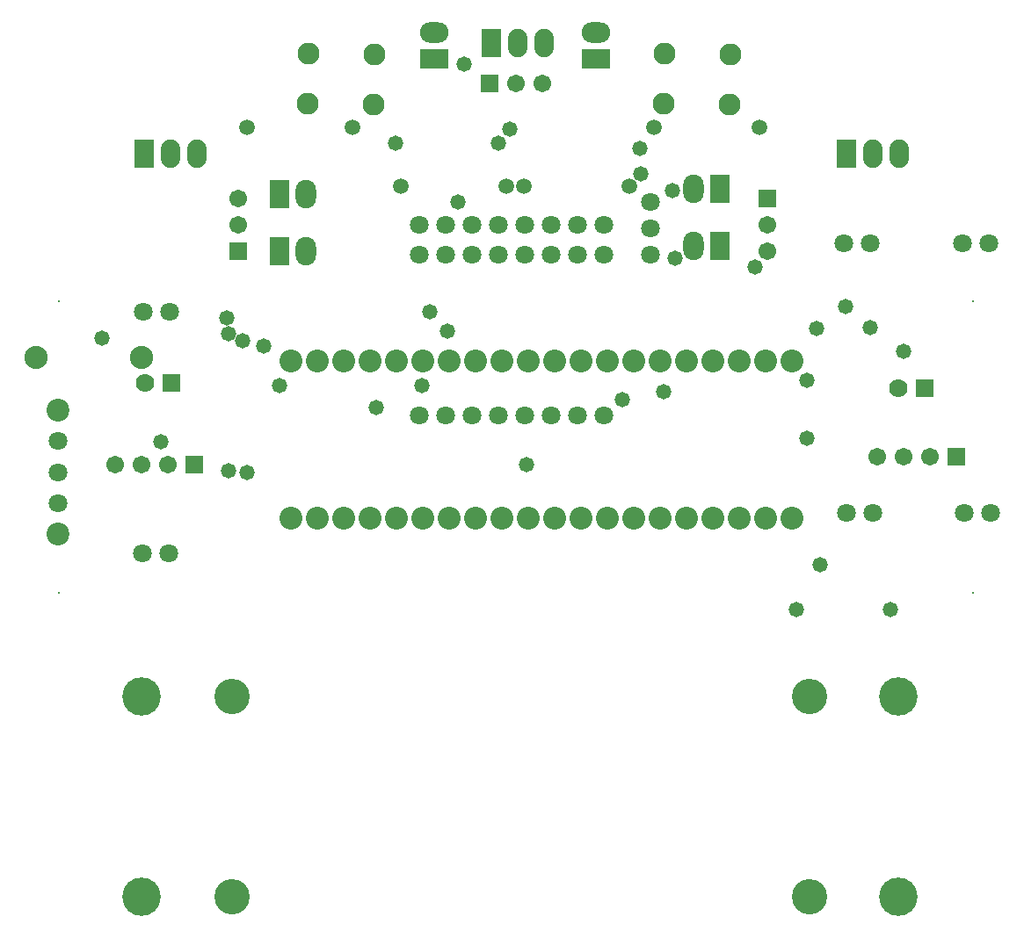
<source format=gts>
G04*
G04 #@! TF.GenerationSoftware,Altium Limited,Altium Designer,23.6.0 (18)*
G04*
G04 Layer_Color=8388736*
%FSLAX25Y25*%
%MOIN*%
G70*
G04*
G04 #@! TF.SameCoordinates,D5263B71-C0EA-4B60-9871-AA0EAEE7EF9D*
G04*
G04*
G04 #@! TF.FilePolarity,Negative*
G04*
G01*
G75*
%ADD18C,0.07087*%
%ADD19C,0.07001*%
%ADD20R,0.07001X0.07001*%
%ADD21C,0.08800*%
%ADD22C,0.06737*%
%ADD23R,0.06737X0.06737*%
%ADD24R,0.06737X0.06737*%
%ADD25C,0.14580*%
%ADD26C,0.13398*%
%ADD27C,0.08661*%
%ADD28R,0.07800X0.10800*%
%ADD29O,0.07800X0.10800*%
%ADD30C,0.08300*%
%ADD31O,0.10800X0.07800*%
%ADD32R,0.10800X0.07800*%
%ADD33O,0.07300X0.10800*%
%ADD34R,0.07300X0.10800*%
%ADD35C,0.00800*%
%ADD36C,0.05906*%
%ADD37O,0.08674X0.08674*%
%ADD38C,0.05800*%
D18*
X152563Y362799D02*
D03*
X142563D02*
D03*
X152382Y271280D02*
D03*
X142382D02*
D03*
X335000Y384500D02*
D03*
Y404500D02*
D03*
Y394500D02*
D03*
X464051Y286638D02*
D03*
X454051D02*
D03*
X110500Y290189D02*
D03*
X419287Y286638D02*
D03*
X409287D02*
D03*
X110500Y302000D02*
D03*
X247501Y323673D02*
D03*
X257501D02*
D03*
X267501D02*
D03*
X277501D02*
D03*
X287501D02*
D03*
X297501D02*
D03*
X307501D02*
D03*
X317501D02*
D03*
X317500Y384500D02*
D03*
X307500D02*
D03*
X297500D02*
D03*
X287500D02*
D03*
X277500D02*
D03*
X267500D02*
D03*
X257500D02*
D03*
X247500D02*
D03*
Y396000D02*
D03*
X257500D02*
D03*
X267500D02*
D03*
X277500D02*
D03*
X287500D02*
D03*
X297500D02*
D03*
X307500D02*
D03*
X317500D02*
D03*
X453382Y389000D02*
D03*
X463382D02*
D03*
X408500D02*
D03*
X418500D02*
D03*
X110500Y313811D02*
D03*
D19*
X428921Y334067D02*
D03*
X143421Y336067D02*
D03*
D20*
X438921Y334067D02*
D03*
X153421Y336067D02*
D03*
D21*
X102000Y345500D02*
D03*
X142000D02*
D03*
D22*
X178567Y406000D02*
D03*
Y396000D02*
D03*
X284000Y449433D02*
D03*
X294000D02*
D03*
X379433Y386000D02*
D03*
Y396000D02*
D03*
X152000Y305067D02*
D03*
X142000D02*
D03*
X132000D02*
D03*
X421000Y308067D02*
D03*
X431000D02*
D03*
X441000D02*
D03*
D23*
X178567Y386000D02*
D03*
X379433Y406000D02*
D03*
D24*
X274000Y449433D02*
D03*
X162000Y305067D02*
D03*
X451000Y308067D02*
D03*
D25*
X428913Y216992D02*
D03*
Y141008D02*
D03*
X141905D02*
D03*
Y216992D02*
D03*
D26*
X176512Y141008D02*
D03*
Y216992D02*
D03*
X395488Y141008D02*
D03*
Y216992D02*
D03*
D27*
X110500Y278535D02*
D03*
Y325465D02*
D03*
D28*
X361500Y409500D02*
D03*
X194500Y386000D02*
D03*
Y407500D02*
D03*
X361500Y388000D02*
D03*
D29*
X351500Y409500D02*
D03*
X204500Y386000D02*
D03*
Y407500D02*
D03*
X351500Y388000D02*
D03*
D30*
X339900Y441900D02*
D03*
X365300Y460700D02*
D03*
X365000Y441500D02*
D03*
X340500Y461000D02*
D03*
X205500D02*
D03*
X230000Y441500D02*
D03*
X230300Y460700D02*
D03*
X204900Y441900D02*
D03*
D31*
X314500Y469000D02*
D03*
X253000D02*
D03*
D32*
X314500Y459000D02*
D03*
X253000D02*
D03*
D33*
X294606Y465000D02*
D03*
X284606D02*
D03*
X153000Y423000D02*
D03*
X163000D02*
D03*
X419500D02*
D03*
X429500D02*
D03*
D34*
X274606Y465000D02*
D03*
X143000Y423000D02*
D03*
X409500D02*
D03*
D35*
X110748Y256248D02*
D03*
Y366984D02*
D03*
X457205D02*
D03*
Y256248D02*
D03*
D36*
X336500Y433000D02*
D03*
X376500D02*
D03*
X222000D02*
D03*
X182000D02*
D03*
X327000Y410500D02*
D03*
X287000D02*
D03*
X240500D02*
D03*
X280500D02*
D03*
D37*
X328650Y344320D02*
D03*
X318650D02*
D03*
X308650D02*
D03*
X298650D02*
D03*
X278650D02*
D03*
X268650D02*
D03*
X258650D02*
D03*
X288650D02*
D03*
X338650D02*
D03*
X378650D02*
D03*
X368650D02*
D03*
X358650D02*
D03*
X388750D02*
D03*
X348650D02*
D03*
X248693Y284420D02*
D03*
X238693D02*
D03*
X268693D02*
D03*
X228693D02*
D03*
X218693D02*
D03*
X208693D02*
D03*
X198693D02*
D03*
X258693D02*
D03*
X278693D02*
D03*
X318693D02*
D03*
X288693D02*
D03*
X298693D02*
D03*
X308693D02*
D03*
X328693D02*
D03*
X338693D02*
D03*
X378693D02*
D03*
X368693D02*
D03*
X358693D02*
D03*
X388693D02*
D03*
X348693D02*
D03*
X248650Y344320D02*
D03*
X208650D02*
D03*
X238650D02*
D03*
X198650D02*
D03*
X218650D02*
D03*
X228650D02*
D03*
D38*
X231000Y326500D02*
D03*
X418409Y357000D02*
D03*
X149328Y313672D02*
D03*
X425975Y250025D02*
D03*
X390500Y250000D02*
D03*
X127000Y352880D02*
D03*
X340000Y332500D02*
D03*
X248500Y335000D02*
D03*
X288000Y305000D02*
D03*
X238338Y426838D02*
D03*
X277294D02*
D03*
X262000Y404650D02*
D03*
X394500Y315000D02*
D03*
Y337000D02*
D03*
X398108Y356591D02*
D03*
X409000Y365000D02*
D03*
X344277Y383323D02*
D03*
X374741Y379759D02*
D03*
X331358Y415357D02*
D03*
X174500Y360500D02*
D03*
X251500Y362784D02*
D03*
X281671Y432329D02*
D03*
X330968Y425000D02*
D03*
X343500Y409000D02*
D03*
X264500Y457000D02*
D03*
X180367Y351817D02*
D03*
X175000Y354500D02*
D03*
X258000Y355500D02*
D03*
X194500Y335000D02*
D03*
X188500Y349969D02*
D03*
X431000Y348000D02*
D03*
X399500Y267000D02*
D03*
X324500Y329500D02*
D03*
X182000Y302000D02*
D03*
X175000Y302500D02*
D03*
M02*

</source>
